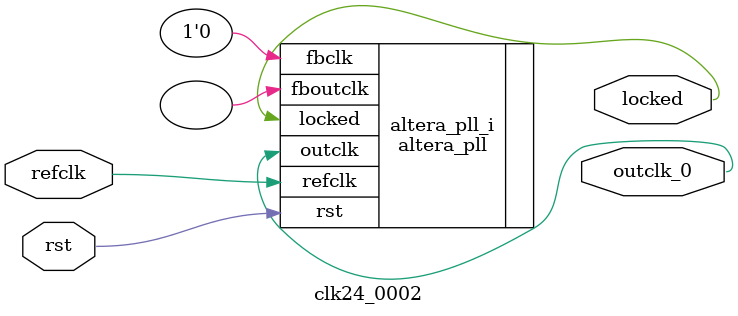
<source format=v>
`timescale 1ns/10ps
module  clk24_0002(

	// interface 'refclk'
	input wire refclk,

	// interface 'reset'
	input wire rst,

	// interface 'outclk0'
	output wire outclk_0,

	// interface 'locked'
	output wire locked
);

	altera_pll #(
		.fractional_vco_multiplier("false"),
		.reference_clock_frequency("50.0 MHz"),
		.operation_mode("direct"),
		.number_of_clocks(1),
		.output_clock_frequency0("24.000000 MHz"),
		.phase_shift0("0 ps"),
		.duty_cycle0(50),
		.output_clock_frequency1("0 MHz"),
		.phase_shift1("0 ps"),
		.duty_cycle1(50),
		.output_clock_frequency2("0 MHz"),
		.phase_shift2("0 ps"),
		.duty_cycle2(50),
		.output_clock_frequency3("0 MHz"),
		.phase_shift3("0 ps"),
		.duty_cycle3(50),
		.output_clock_frequency4("0 MHz"),
		.phase_shift4("0 ps"),
		.duty_cycle4(50),
		.output_clock_frequency5("0 MHz"),
		.phase_shift5("0 ps"),
		.duty_cycle5(50),
		.output_clock_frequency6("0 MHz"),
		.phase_shift6("0 ps"),
		.duty_cycle6(50),
		.output_clock_frequency7("0 MHz"),
		.phase_shift7("0 ps"),
		.duty_cycle7(50),
		.output_clock_frequency8("0 MHz"),
		.phase_shift8("0 ps"),
		.duty_cycle8(50),
		.output_clock_frequency9("0 MHz"),
		.phase_shift9("0 ps"),
		.duty_cycle9(50),
		.output_clock_frequency10("0 MHz"),
		.phase_shift10("0 ps"),
		.duty_cycle10(50),
		.output_clock_frequency11("0 MHz"),
		.phase_shift11("0 ps"),
		.duty_cycle11(50),
		.output_clock_frequency12("0 MHz"),
		.phase_shift12("0 ps"),
		.duty_cycle12(50),
		.output_clock_frequency13("0 MHz"),
		.phase_shift13("0 ps"),
		.duty_cycle13(50),
		.output_clock_frequency14("0 MHz"),
		.phase_shift14("0 ps"),
		.duty_cycle14(50),
		.output_clock_frequency15("0 MHz"),
		.phase_shift15("0 ps"),
		.duty_cycle15(50),
		.output_clock_frequency16("0 MHz"),
		.phase_shift16("0 ps"),
		.duty_cycle16(50),
		.output_clock_frequency17("0 MHz"),
		.phase_shift17("0 ps"),
		.duty_cycle17(50),
		.pll_type("General"),
		.pll_subtype("General")
	) altera_pll_i (
		.rst	(rst),
		.outclk	({outclk_0}),
		.locked	(locked),
		.fboutclk	( ),
		.fbclk	(1'b0),
		.refclk	(refclk)
	);
endmodule


</source>
